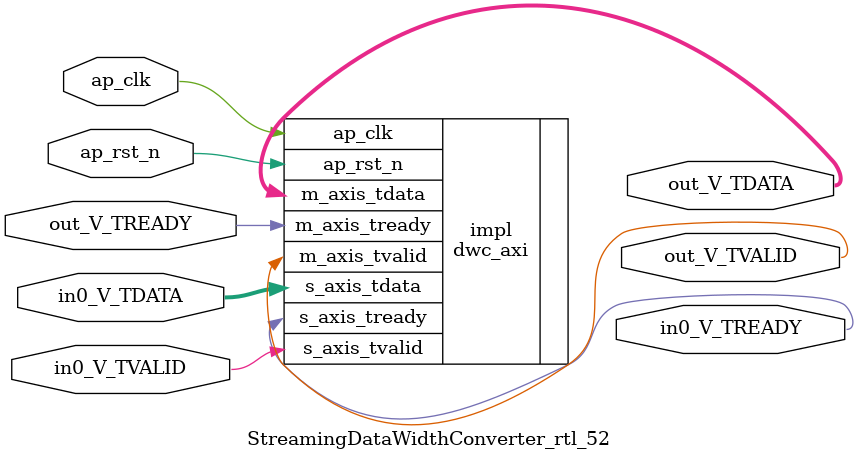
<source format=v>
/******************************************************************************
 * Copyright (C) 2023, Advanced Micro Devices, Inc.
 * All rights reserved.
 *
 * Redistribution and use in source and binary forms, with or without
 * modification, are permitted provided that the following conditions are met:
 *
 *  1. Redistributions of source code must retain the above copyright notice,
 *     this list of conditions and the following disclaimer.
 *
 *  2. Redistributions in binary form must reproduce the above copyright
 *     notice, this list of conditions and the following disclaimer in the
 *     documentation and/or other materials provided with the distribution.
 *
 *  3. Neither the name of the copyright holder nor the names of its
 *     contributors may be used to endorse or promote products derived from
 *     this software without specific prior written permission.
 *
 * THIS SOFTWARE IS PROVIDED BY THE COPYRIGHT HOLDERS AND CONTRIBUTORS "AS IS"
 * AND ANY EXPRESS OR IMPLIED WARRANTIES, INCLUDING, BUT NOT LIMITED TO,
 * THE IMPLIED WARRANTIES OF MERCHANTABILITY AND FITNESS FOR A PARTICULAR
 * PURPOSE ARE DISCLAIMED. IN NO EVENT SHALL THE COPYRIGHT HOLDER OR
 * CONTRIBUTORS BE LIABLE FOR ANY DIRECT, INDIRECT, INCIDENTAL, SPECIAL,
 * EXEMPLARY, OR CONSEQUENTIAL DAMAGES (INCLUDING, BUT NOT LIMITED TO,
 * PROCUREMENT OF SUBSTITUTE GOODS OR SERVICES; LOSS OF USE, DATA, OR PROFITS;
 * OR BUSINESS INTERRUPTION). HOWEVER CAUSED AND ON ANY THEORY OF LIABILITY,
 * WHETHER IN CONTRACT, STRICT LIABILITY, OR TORT (INCLUDING NEGLIGENCE OR
 * OTHERWISE) ARISING IN ANY WAY OUT OF THE USE OF THIS SOFTWARE, EVEN IF
 * ADVISED OF THE POSSIBILITY OF SUCH DAMAGE.
 *****************************************************************************/

module StreamingDataWidthConverter_rtl_52 #(
	parameter  IBITS = 256,
	parameter  OBITS = 4,

	parameter  AXI_IBITS = (IBITS+7)/8 * 8,
	parameter  AXI_OBITS = (OBITS+7)/8 * 8
)(
	//- Global Control ------------------
	(* X_INTERFACE_INFO = "xilinx.com:signal:clock:1.0 ap_clk CLK" *)
	(* X_INTERFACE_PARAMETER = "ASSOCIATED_BUSIF in0_V:out_V, ASSOCIATED_RESET ap_rst_n" *)
	input	ap_clk,
	(* X_INTERFACE_PARAMETER = "POLARITY ACTIVE_LOW" *)
	input	ap_rst_n,

	//- AXI Stream - Input --------------
	output	in0_V_TREADY,
	input	in0_V_TVALID,
	input	[AXI_IBITS-1:0]  in0_V_TDATA,

	//- AXI Stream - Output -------------
	input	out_V_TREADY,
	output	out_V_TVALID,
	output	[AXI_OBITS-1:0]  out_V_TDATA
);

	dwc_axi #(
		.IBITS(IBITS),
		.OBITS(OBITS)
	) impl (
		.ap_clk(ap_clk),
		.ap_rst_n(ap_rst_n),
		.s_axis_tready(in0_V_TREADY),
		.s_axis_tvalid(in0_V_TVALID),
		.s_axis_tdata(in0_V_TDATA),
		.m_axis_tready(out_V_TREADY),
		.m_axis_tvalid(out_V_TVALID),
		.m_axis_tdata(out_V_TDATA)
	);

endmodule

</source>
